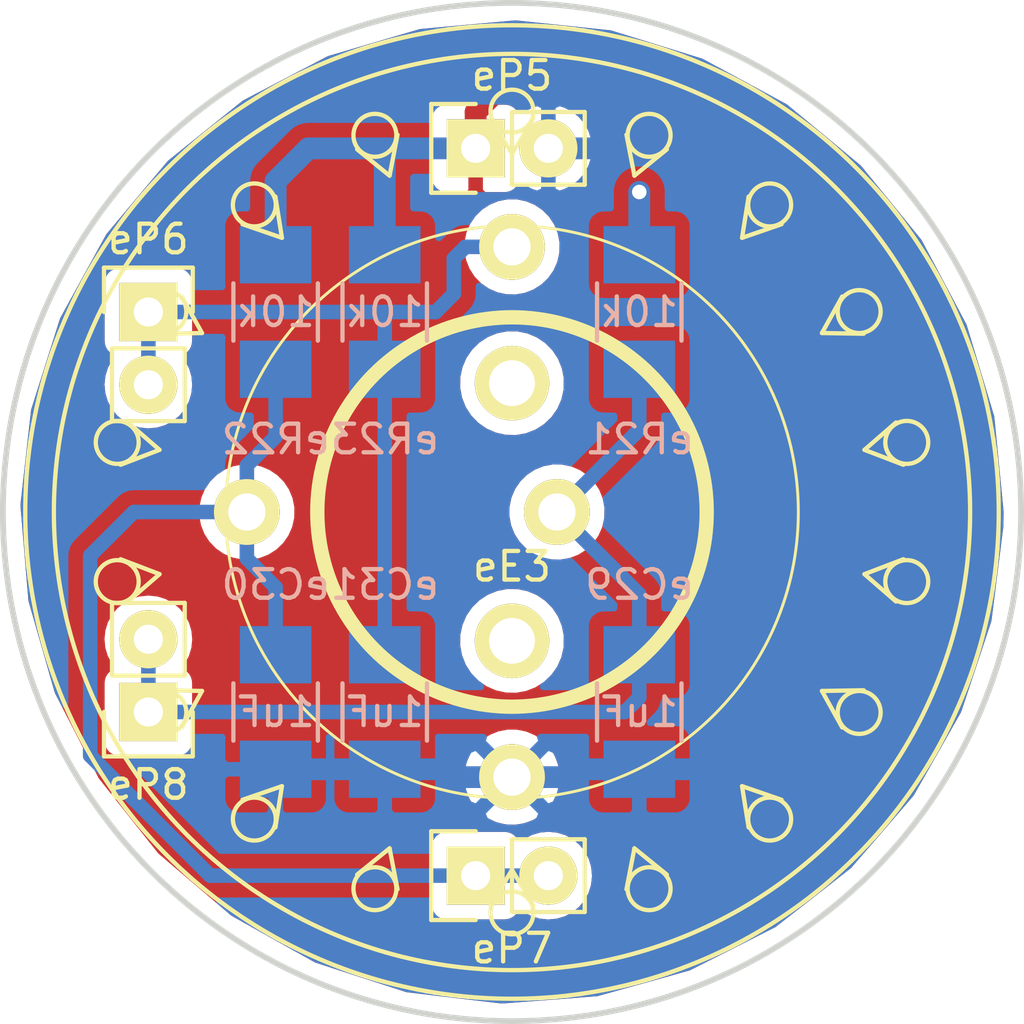
<source format=kicad_pcb>
(kicad_pcb (version 20160815) (host pcbnew 4.1.0-alpha+201609021633+7109~49~ubuntu16.04.1-product)

  (general
    (links 19)
    (no_connects 0)
    (area 24.663399 73.558399 60.426601 109.321601)
    (thickness 1.6)
    (drawings 1)
    (tracks 54)
    (zones 0)
    (modules 11)
    (nets 6)
  )

  (page A4)
  (layers
    (0 F.Cu signal)
    (31 B.Cu signal)
    (32 B.Adhes user)
    (33 F.Adhes user)
    (34 B.Paste user)
    (35 F.Paste user)
    (36 B.SilkS user)
    (37 F.SilkS user)
    (38 B.Mask user)
    (39 F.Mask user)
    (40 Dwgs.User user)
    (41 Cmts.User user)
    (42 Eco1.User user)
    (43 Eco2.User user)
    (44 Edge.Cuts user)
    (45 Margin user)
    (46 B.CrtYd user)
    (47 F.CrtYd user)
    (48 B.Fab user)
    (49 F.Fab user)
  )

  (setup
    (last_trace_width 0.254)
    (user_trace_width 0.254)
    (user_trace_width 0.508)
    (user_trace_width 0.762)
    (user_trace_width 1.016)
    (trace_clearance 0.1905)
    (zone_clearance 0.508)
    (zone_45_only no)
    (trace_min 0)
    (segment_width 0.2032)
    (edge_width 0.1524)
    (via_size 0.762)
    (via_drill 0.508)
    (via_min_size 0.4)
    (via_min_drill 0.3)
    (uvia_size 0.3)
    (uvia_drill 0.1)
    (uvias_allowed no)
    (uvia_min_size 0)
    (uvia_min_drill 0)
    (pcb_text_width 0.3048)
    (pcb_text_size 1.524 1.524)
    (mod_edge_width 0.1524)
    (mod_text_size 1.016 1.016)
    (mod_text_width 0.1524)
    (pad_size 1.524 1.524)
    (pad_drill 1.016)
    (pad_to_mask_clearance 0.2)
    (aux_axis_origin 0 0)
    (visible_elements FFFFEF7F)
    (pcbplotparams
      (layerselection 0x010f0_ffffffff)
      (usegerberextensions true)
      (usegerberattributes true)
      (excludeedgelayer true)
      (linewidth 0.101600)
      (plotframeref false)
      (viasonmask false)
      (mode 1)
      (useauxorigin false)
      (hpglpennumber 1)
      (hpglpenspeed 20)
      (hpglpendiameter 15)
      (psnegative false)
      (psa4output false)
      (plotreference true)
      (plotvalue true)
      (plotinvisibletext false)
      (padsonsilk false)
      (subtractmaskfromsilk true)
      (outputformat 1)
      (mirror false)
      (drillshape 0)
      (scaleselection 1)
      (outputdirectory gerber/encA))
  )

  (net 0 "")
  (net 1 /eGND)
  (net 2 /eEAS)
  (net 3 /eEAB)
  (net 4 /eEAA)
  (net 5 /eVCC)

  (net_class Default "This is the default net class."
    (clearance 0.1905)
    (trace_width 0.254)
    (via_dia 0.762)
    (via_drill 0.508)
    (uvia_dia 0.3)
    (uvia_drill 0.1)
  )

  (net_class 20mil ""
    (clearance 0.1905)
    (trace_width 0.508)
    (via_dia 0.762)
    (via_drill 0.508)
    (uvia_dia 0.3)
    (uvia_drill 0.1)
    (add_net /eEAA)
    (add_net /eEAB)
    (add_net /eEAS)
  )

  (net_class 30mil ""
    (clearance 0.1905)
    (trace_width 0.762)
    (via_dia 0.762)
    (via_drill 0.508)
    (uvia_dia 0.3)
    (uvia_drill 0.1)
    (add_net /eGND)
    (add_net /eVCC)
  )

  (net_class 40mil ""
    (clearance 0.1905)
    (trace_width 1.016)
    (via_dia 0.762)
    (via_drill 0.508)
    (uvia_dia 0.3)
    (uvia_drill 0.1)
  )

  (module velokey-footprints:R_1210_HandSoldering (layer B.Cu) (tedit 57CEF6FD) (tstamp 57CEF7EB)
    (at 38.1 84.455 270)
    (descr "Resistor SMD 1210, hand soldering")
    (tags "resistor 1210")
    (path /57CDE2ED/56B0B749)
    (attr smd)
    (fp_text reference eR23 (at 4.445 0 180) (layer B.SilkS)
      (effects (font (size 1 1) (thickness 0.15)) (justify mirror))
    )
    (fp_text value 10k (at 0 0) (layer B.SilkS)
      (effects (font (size 1 1) (thickness 0.15)) (justify mirror))
    )
    (fp_line (start -3.3 1.6) (end 3.3 1.6) (layer B.CrtYd) (width 0.05))
    (fp_line (start -3.3 -1.6) (end 3.3 -1.6) (layer B.CrtYd) (width 0.05))
    (fp_line (start -3.3 1.6) (end -3.3 -1.6) (layer B.CrtYd) (width 0.05))
    (fp_line (start 3.3 1.6) (end 3.3 -1.6) (layer B.CrtYd) (width 0.05))
    (fp_line (start 1 -1.475) (end -1 -1.475) (layer B.SilkS) (width 0.15))
    (fp_line (start -1 1.475) (end 1 1.475) (layer B.SilkS) (width 0.15))
    (pad 1 smd rect (at -2 0 270) (size 2 2.5) (layers B.Cu B.Paste B.Mask)
      (net 5 /eVCC))
    (pad 2 smd rect (at 2 0 270) (size 2 2.5) (layers B.Cu B.Paste B.Mask)
      (net 4 /eEAA))
    (model ${KIPRJMOD}/3d_models/Res_smd_1210.wrl
      (at (xyz 0 0 0))
      (scale (xyz 1 1 1))
      (rotate (xyz 0 0 0))
    )
  )

  (module velokey-footprints:R_1210_HandSoldering (layer B.Cu) (tedit 57CEF6F7) (tstamp 57CEF7E0)
    (at 46.99 84.455 270)
    (descr "Resistor SMD 1210, hand soldering")
    (tags "resistor 1210")
    (path /57CDE2ED/57CEA90E)
    (attr smd)
    (fp_text reference eR21 (at 4.445 0 180) (layer B.SilkS)
      (effects (font (size 1 1) (thickness 0.15)) (justify mirror))
    )
    (fp_text value 10k (at 0 0) (layer B.SilkS)
      (effects (font (size 1 1) (thickness 0.15)) (justify mirror))
    )
    (fp_line (start -3.3 1.6) (end 3.3 1.6) (layer B.CrtYd) (width 0.05))
    (fp_line (start -3.3 -1.6) (end 3.3 -1.6) (layer B.CrtYd) (width 0.05))
    (fp_line (start -3.3 1.6) (end -3.3 -1.6) (layer B.CrtYd) (width 0.05))
    (fp_line (start 3.3 1.6) (end 3.3 -1.6) (layer B.CrtYd) (width 0.05))
    (fp_line (start 1 -1.475) (end -1 -1.475) (layer B.SilkS) (width 0.15))
    (fp_line (start -1 1.475) (end 1 1.475) (layer B.SilkS) (width 0.15))
    (pad 1 smd rect (at -2 0 270) (size 2 2.5) (layers B.Cu B.Paste B.Mask)
      (net 5 /eVCC))
    (pad 2 smd rect (at 2 0 270) (size 2 2.5) (layers B.Cu B.Paste B.Mask)
      (net 2 /eEAS))
    (model ${KIPRJMOD}/3d_models/Res_smd_1210.wrl
      (at (xyz 0 0 0))
      (scale (xyz 1 1 1))
      (rotate (xyz 0 0 0))
    )
  )

  (module velokey-footprints:C_1210_HandSoldering (layer B.Cu) (tedit 57CEF70B) (tstamp 57CEF7D5)
    (at 38.1 98.425 270)
    (descr "Capacitor SMD 1210, hand soldering")
    (tags "capacitor 1210")
    (path /57CDE2ED/57CEA913)
    (attr smd)
    (fp_text reference eC31 (at -4.445 0 180) (layer B.SilkS)
      (effects (font (size 1 1) (thickness 0.15)) (justify mirror))
    )
    (fp_text value 1uF (at 0 0) (layer B.SilkS)
      (effects (font (size 1 1) (thickness 0.15)) (justify mirror))
    )
    (fp_line (start -3.3 1.6) (end 3.3 1.6) (layer B.CrtYd) (width 0.05))
    (fp_line (start -3.3 -1.6) (end 3.3 -1.6) (layer B.CrtYd) (width 0.05))
    (fp_line (start -3.3 1.6) (end -3.3 -1.6) (layer B.CrtYd) (width 0.05))
    (fp_line (start 3.3 1.6) (end 3.3 -1.6) (layer B.CrtYd) (width 0.05))
    (fp_line (start 1 1.475) (end -1 1.475) (layer B.SilkS) (width 0.15))
    (fp_line (start -1 -1.475) (end 1 -1.475) (layer B.SilkS) (width 0.15))
    (pad 1 smd rect (at -2 0 270) (size 2 2.5) (layers B.Cu B.Paste B.Mask)
      (net 4 /eEAA))
    (pad 2 smd rect (at 2 0 270) (size 2 2.5) (layers B.Cu B.Paste B.Mask)
      (net 1 /eGND))
    (model ${KIPRJMOD}/3d_models/Cap_smd_1210.wrl
      (at (xyz 0 0 0))
      (scale (xyz 1 1 1))
      (rotate (xyz 0 0 0))
    )
  )

  (module velokey-footprints:R_1210_HandSoldering (layer B.Cu) (tedit 57CEF701) (tstamp 57CEF7CA)
    (at 34.29 84.455 270)
    (descr "Resistor SMD 1210, hand soldering")
    (tags "resistor 1210")
    (path /57CDE2ED/57CEA90F)
    (attr smd)
    (fp_text reference eR22 (at 4.445 0 180) (layer B.SilkS)
      (effects (font (size 1 1) (thickness 0.15)) (justify mirror))
    )
    (fp_text value 10k (at 0 0) (layer B.SilkS)
      (effects (font (size 1 1) (thickness 0.15)) (justify mirror))
    )
    (fp_line (start -3.3 1.6) (end 3.3 1.6) (layer B.CrtYd) (width 0.05))
    (fp_line (start -3.3 -1.6) (end 3.3 -1.6) (layer B.CrtYd) (width 0.05))
    (fp_line (start -3.3 1.6) (end -3.3 -1.6) (layer B.CrtYd) (width 0.05))
    (fp_line (start 3.3 1.6) (end 3.3 -1.6) (layer B.CrtYd) (width 0.05))
    (fp_line (start 1 -1.475) (end -1 -1.475) (layer B.SilkS) (width 0.15))
    (fp_line (start -1 1.475) (end 1 1.475) (layer B.SilkS) (width 0.15))
    (pad 1 smd rect (at -2 0 270) (size 2 2.5) (layers B.Cu B.Paste B.Mask)
      (net 5 /eVCC))
    (pad 2 smd rect (at 2 0 270) (size 2 2.5) (layers B.Cu B.Paste B.Mask)
      (net 3 /eEAB))
    (model ${KIPRJMOD}/3d_models/Res_smd_1210.wrl
      (at (xyz 0 0 0))
      (scale (xyz 1 1 1))
      (rotate (xyz 0 0 0))
    )
  )

  (module velokey-footprints:C_1210_HandSoldering (layer B.Cu) (tedit 57CEF70F) (tstamp 57CEF7BF)
    (at 46.99 98.425 270)
    (descr "Capacitor SMD 1210, hand soldering")
    (tags "capacitor 1210")
    (path /57CDE2ED/56B0B7ED)
    (attr smd)
    (fp_text reference eC29 (at -4.445 0 180) (layer B.SilkS)
      (effects (font (size 1 1) (thickness 0.15)) (justify mirror))
    )
    (fp_text value 1uF (at 0 0) (layer B.SilkS)
      (effects (font (size 1 1) (thickness 0.15)) (justify mirror))
    )
    (fp_line (start -3.3 1.6) (end 3.3 1.6) (layer B.CrtYd) (width 0.05))
    (fp_line (start -3.3 -1.6) (end 3.3 -1.6) (layer B.CrtYd) (width 0.05))
    (fp_line (start -3.3 1.6) (end -3.3 -1.6) (layer B.CrtYd) (width 0.05))
    (fp_line (start 3.3 1.6) (end 3.3 -1.6) (layer B.CrtYd) (width 0.05))
    (fp_line (start 1 1.475) (end -1 1.475) (layer B.SilkS) (width 0.15))
    (fp_line (start -1 -1.475) (end 1 -1.475) (layer B.SilkS) (width 0.15))
    (pad 1 smd rect (at -2 0 270) (size 2 2.5) (layers B.Cu B.Paste B.Mask)
      (net 2 /eEAS))
    (pad 2 smd rect (at 2 0 270) (size 2 2.5) (layers B.Cu B.Paste B.Mask)
      (net 1 /eGND))
    (model ${KIPRJMOD}/3d_models/Cap_smd_1210.wrl
      (at (xyz 0 0 0))
      (scale (xyz 1 1 1))
      (rotate (xyz 0 0 0))
    )
  )

  (module velokey-footprints:C_1210_HandSoldering (layer B.Cu) (tedit 57CEF707) (tstamp 57CEF7B4)
    (at 34.29 98.425 270)
    (descr "Capacitor SMD 1210, hand soldering")
    (tags "capacitor 1210")
    (path /57CDE2ED/57CEA912)
    (attr smd)
    (fp_text reference eC30 (at -4.445 0 180) (layer B.SilkS)
      (effects (font (size 1 1) (thickness 0.15)) (justify mirror))
    )
    (fp_text value 1uF (at 0 0) (layer B.SilkS)
      (effects (font (size 1 1) (thickness 0.15)) (justify mirror))
    )
    (fp_line (start -3.3 1.6) (end 3.3 1.6) (layer B.CrtYd) (width 0.05))
    (fp_line (start -3.3 -1.6) (end 3.3 -1.6) (layer B.CrtYd) (width 0.05))
    (fp_line (start -3.3 1.6) (end -3.3 -1.6) (layer B.CrtYd) (width 0.05))
    (fp_line (start 3.3 1.6) (end 3.3 -1.6) (layer B.CrtYd) (width 0.05))
    (fp_line (start 1 1.475) (end -1 1.475) (layer B.SilkS) (width 0.15))
    (fp_line (start -1 -1.475) (end 1 -1.475) (layer B.SilkS) (width 0.15))
    (pad 1 smd rect (at -2 0 270) (size 2 2.5) (layers B.Cu B.Paste B.Mask)
      (net 3 /eEAB))
    (pad 2 smd rect (at 2 0 270) (size 2 2.5) (layers B.Cu B.Paste B.Mask)
      (net 1 /eGND))
    (model ${KIPRJMOD}/3d_models/Cap_smd_1210.wrl
      (at (xyz 0 0 0))
      (scale (xyz 1 1 1))
      (rotate (xyz 0 0 0))
    )
  )

  (module velokey-footprints:TSWA3NCD23LFS (layer F.Cu) (tedit 57CEF6BD) (tstamp 57CEF711)
    (at 42.545 91.44 270)
    (path /57CDE2ED/56F820C9)
    (fp_text reference eE3 (at 1.905 0 180) (layer F.SilkS)
      (effects (font (size 1 1) (thickness 0.15)))
    )
    (fp_text value ENC_A (at -1.905 0 180) (layer F.Fab)
      (effects (font (size 1 1) (thickness 0.15)))
    )
    (fp_circle (center 0 0) (end 10 0) (layer F.SilkS) (width 0.1016))
    (fp_line (start 12.5 0) (end 13.75 0.75) (layer F.SilkS) (width 0.15))
    (fp_line (start 13.75 -0.75) (end 12.5 0) (layer F.SilkS) (width 0.15))
    (fp_circle (center 14 0) (end 14 -0.75) (layer F.SilkS) (width 0.15))
    (fp_circle (center 0 0) (end 16 0) (layer F.SilkS) (width 0.15))
    (fp_circle (center 0 0) (end 17 0) (layer F.SilkS) (width 0.15))
    (fp_circle (center 0 0) (end 6.8 0) (layer F.SilkS) (width 0.5))
    (fp_circle (center 13.155697 -4.788282) (end 12.899182 -5.493051) (layer F.SilkS) (width 0.15))
    (fp_circle (center 10.724622 -8.999027) (end 10.242531 -9.57356) (layer F.SilkS) (width 0.15))
    (fp_circle (center 7 -12.124356) (end 6.350481 -12.499356) (layer F.SilkS) (width 0.15))
    (fp_circle (center 2.431074 -13.787309) (end 1.692469 -13.917545) (layer F.SilkS) (width 0.15))
    (fp_circle (center -2.431074 -13.787309) (end -3.16968 -13.657072) (layer F.SilkS) (width 0.15))
    (fp_circle (center -7 -12.124356) (end -7.649519 -11.749356) (layer F.SilkS) (width 0.15))
    (fp_circle (center -10.724622 -8.999027) (end -11.206713 -8.424493) (layer F.SilkS) (width 0.15))
    (fp_circle (center -13.155697 -4.788282) (end -13.412212 -4.083513) (layer F.SilkS) (width 0.15))
    (fp_circle (center -14 0) (end -14 0.75) (layer F.SilkS) (width 0.15))
    (fp_circle (center -13.155697 4.788282) (end -12.899182 5.493051) (layer F.SilkS) (width 0.15))
    (fp_circle (center -10.724622 8.999027) (end -10.242531 9.57356) (layer F.SilkS) (width 0.15))
    (fp_circle (center -7 12.124356) (end -6.350481 12.499356) (layer F.SilkS) (width 0.15))
    (fp_circle (center -2.431074 13.787309) (end -1.692469 13.917545) (layer F.SilkS) (width 0.15))
    (fp_circle (center 2.431074 13.787309) (end 3.16968 13.657072) (layer F.SilkS) (width 0.15))
    (fp_circle (center 7 12.124356) (end 7.649519 11.749356) (layer F.SilkS) (width 0.15))
    (fp_circle (center 10.724622 8.999027) (end 11.206713 8.424493) (layer F.SilkS) (width 0.15))
    (fp_circle (center 13.155697 4.788282) (end 13.412212 4.083513) (layer F.SilkS) (width 0.15))
    (fp_line (start 11.746158 -4.275252) (end 13.177289 -3.998008) (layer F.SilkS) (width 0.15))
    (fp_line (start 9.575556 -8.034845) (end 11.015202 -8.263796) (layer F.SilkS) (width 0.15))
    (fp_line (start 6.25 -10.825318) (end 7.524519 -11.532849) (layer F.SilkS) (width 0.15))
    (fp_line (start 2.170602 -12.310097) (end 3.126268 -13.41087) (layer F.SilkS) (width 0.15))
    (fp_line (start -2.170602 -12.310097) (end -1.649057 -13.671343) (layer F.SilkS) (width 0.15))
    (fp_line (start -6.25 -10.825318) (end -6.225481 -12.282849) (layer F.SilkS) (width 0.15))
    (fp_line (start -9.575556 -8.034845) (end -10.05102 -9.412863) (layer F.SilkS) (width 0.15))
    (fp_line (start -11.746158 -4.275252) (end -12.664258 -5.407546) (layer F.SilkS) (width 0.15))
    (fp_line (start -12.5 0) (end -13.75 -0.75) (layer F.SilkS) (width 0.15))
    (fp_line (start -11.746158 4.275252) (end -13.177289 3.998008) (layer F.SilkS) (width 0.15))
    (fp_line (start -9.575556 8.034845) (end -11.015202 8.263796) (layer F.SilkS) (width 0.15))
    (fp_line (start -6.25 10.825318) (end -7.524519 11.532849) (layer F.SilkS) (width 0.15))
    (fp_line (start -2.170602 12.310097) (end -3.126268 13.41087) (layer F.SilkS) (width 0.15))
    (fp_line (start 2.170602 12.310097) (end 1.649057 13.671343) (layer F.SilkS) (width 0.15))
    (fp_line (start 6.25 10.825318) (end 6.225481 12.282849) (layer F.SilkS) (width 0.15))
    (fp_line (start 9.575556 8.034845) (end 10.05102 9.412863) (layer F.SilkS) (width 0.15))
    (fp_line (start 11.746158 4.275252) (end 12.664258 5.407546) (layer F.SilkS) (width 0.15))
    (fp_line (start 12.664258 -5.407546) (end 11.746158 -4.275252) (layer F.SilkS) (width 0.15))
    (fp_line (start 10.05102 -9.412863) (end 9.575556 -8.034845) (layer F.SilkS) (width 0.15))
    (fp_line (start 6.225481 -12.282849) (end 6.25 -10.825318) (layer F.SilkS) (width 0.15))
    (fp_line (start 1.649057 -13.671343) (end 2.170602 -12.310097) (layer F.SilkS) (width 0.15))
    (fp_line (start -3.126268 -13.41087) (end -2.170602 -12.310097) (layer F.SilkS) (width 0.15))
    (fp_line (start -7.524519 -11.532849) (end -6.25 -10.825318) (layer F.SilkS) (width 0.15))
    (fp_line (start -11.015202 -8.263796) (end -9.575556 -8.034845) (layer F.SilkS) (width 0.15))
    (fp_line (start -13.177289 -3.998008) (end -11.746158 -4.275252) (layer F.SilkS) (width 0.15))
    (fp_line (start -13.75 0.75) (end -12.5 0) (layer F.SilkS) (width 0.15))
    (fp_line (start -12.664258 5.407546) (end -11.746158 4.275252) (layer F.SilkS) (width 0.15))
    (fp_line (start -10.05102 9.412863) (end -9.575556 8.034845) (layer F.SilkS) (width 0.15))
    (fp_line (start -6.225481 12.282849) (end -6.25 10.825318) (layer F.SilkS) (width 0.15))
    (fp_line (start -1.649057 13.671343) (end -2.170602 12.310097) (layer F.SilkS) (width 0.15))
    (fp_line (start 3.126268 13.41087) (end 2.170602 12.310097) (layer F.SilkS) (width 0.15))
    (fp_line (start 7.524519 11.532849) (end 6.25 10.825318) (layer F.SilkS) (width 0.15))
    (fp_line (start 11.015202 8.263796) (end 9.575556 8.034845) (layer F.SilkS) (width 0.15))
    (fp_line (start 13.177289 3.998008) (end 11.746158 4.275252) (layer F.SilkS) (width 0.15))
    (pad 4 thru_hole circle (at 0 -1.57 270) (size 2.3 2.3) (drill 1.3) (layers *.Cu *.Mask F.SilkS)
      (net 2 /eEAS))
    (pad 5 thru_hole circle (at -4.5 0 270) (size 2.6 2.6) (drill 1.6) (layers *.Cu *.Mask F.SilkS))
    (pad 1 thru_hole circle (at -9.26 0 270) (size 2.3 2.3) (drill 1.3) (layers *.Cu *.Mask F.SilkS)
      (net 4 /eEAA))
    (pad 6 thru_hole circle (at 4.5 0 270) (size 2.6 2.6) (drill 1.6) (layers *.Cu *.Mask F.SilkS))
    (pad 2 thru_hole circle (at 9.26 0 270) (size 2.3 2.3) (drill 1.3) (layers *.Cu *.Mask F.SilkS)
      (net 1 /eGND))
    (pad 3 thru_hole circle (at 0 9.26 270) (size 2.3 2.3) (drill 1.3) (layers *.Cu *.Mask F.SilkS)
      (net 3 /eEAB))
    (model ${KIPRJMOD}/3d_models/enc_a.wrl
      (at (xyz 0 0 0))
      (scale (xyz 1 1 1))
      (rotate (xyz 0 0 0))
    )
  )

  (module Pin_Headers:Pin_Header_Straight_1x02 (layer F.Cu) (tedit 57CEF6D1) (tstamp 57CEF6FC)
    (at 29.845 98.425 180)
    (descr "Through hole pin header")
    (tags "pin header")
    (path /57CDE2ED/57CDA76B)
    (fp_text reference eP8 (at 0 -2.54 180) (layer F.SilkS)
      (effects (font (size 1 1) (thickness 0.15)))
    )
    (fp_text value ENC_A_4 (at 0 -3.1 180) (layer F.Fab) hide
      (effects (font (size 1 1) (thickness 0.15)))
    )
    (fp_line (start 1.27 1.27) (end 1.27 3.81) (layer F.SilkS) (width 0.15))
    (fp_line (start 1.55 -1.55) (end 1.55 0) (layer F.SilkS) (width 0.15))
    (fp_line (start -1.75 -1.75) (end -1.75 4.3) (layer F.CrtYd) (width 0.05))
    (fp_line (start 1.75 -1.75) (end 1.75 4.3) (layer F.CrtYd) (width 0.05))
    (fp_line (start -1.75 -1.75) (end 1.75 -1.75) (layer F.CrtYd) (width 0.05))
    (fp_line (start -1.75 4.3) (end 1.75 4.3) (layer F.CrtYd) (width 0.05))
    (fp_line (start 1.27 1.27) (end -1.27 1.27) (layer F.SilkS) (width 0.15))
    (fp_line (start -1.55 0) (end -1.55 -1.55) (layer F.SilkS) (width 0.15))
    (fp_line (start -1.55 -1.55) (end 1.55 -1.55) (layer F.SilkS) (width 0.15))
    (fp_line (start -1.27 1.27) (end -1.27 3.81) (layer F.SilkS) (width 0.15))
    (fp_line (start -1.27 3.81) (end 1.27 3.81) (layer F.SilkS) (width 0.15))
    (pad 1 thru_hole rect (at 0 0 180) (size 2.032 2.032) (drill 1.016) (layers *.Cu *.Mask F.SilkS)
      (net 2 /eEAS))
    (pad 2 thru_hole oval (at 0 2.54 180) (size 2.032 2.032) (drill 1.016) (layers *.Cu *.Mask F.SilkS)
      (net 2 /eEAS))
    (model Pin_Headers.3dshapes/Pin_Header_Straight_1x02.wrl
      (at (xyz 0 -0.05 0))
      (scale (xyz 1 1 1))
      (rotate (xyz 0 0 90))
    )
  )

  (module Pin_Headers:Pin_Header_Straight_1x02 (layer F.Cu) (tedit 57CEF6C4) (tstamp 57CEF6EC)
    (at 29.845 84.455)
    (descr "Through hole pin header")
    (tags "pin header")
    (path /57CDE2ED/57CDA75F)
    (fp_text reference eP6 (at 0 -2.54) (layer F.SilkS)
      (effects (font (size 1 1) (thickness 0.15)))
    )
    (fp_text value ENC_A_2 (at 0 -3.1) (layer F.Fab) hide
      (effects (font (size 1 1) (thickness 0.15)))
    )
    (fp_line (start 1.27 1.27) (end 1.27 3.81) (layer F.SilkS) (width 0.15))
    (fp_line (start 1.55 -1.55) (end 1.55 0) (layer F.SilkS) (width 0.15))
    (fp_line (start -1.75 -1.75) (end -1.75 4.3) (layer F.CrtYd) (width 0.05))
    (fp_line (start 1.75 -1.75) (end 1.75 4.3) (layer F.CrtYd) (width 0.05))
    (fp_line (start -1.75 -1.75) (end 1.75 -1.75) (layer F.CrtYd) (width 0.05))
    (fp_line (start -1.75 4.3) (end 1.75 4.3) (layer F.CrtYd) (width 0.05))
    (fp_line (start 1.27 1.27) (end -1.27 1.27) (layer F.SilkS) (width 0.15))
    (fp_line (start -1.55 0) (end -1.55 -1.55) (layer F.SilkS) (width 0.15))
    (fp_line (start -1.55 -1.55) (end 1.55 -1.55) (layer F.SilkS) (width 0.15))
    (fp_line (start -1.27 1.27) (end -1.27 3.81) (layer F.SilkS) (width 0.15))
    (fp_line (start -1.27 3.81) (end 1.27 3.81) (layer F.SilkS) (width 0.15))
    (pad 1 thru_hole rect (at 0 0) (size 2.032 2.032) (drill 1.016) (layers *.Cu *.Mask F.SilkS)
      (net 4 /eEAA))
    (pad 2 thru_hole oval (at 0 2.54) (size 2.032 2.032) (drill 1.016) (layers *.Cu *.Mask F.SilkS)
      (net 4 /eEAA))
    (model Pin_Headers.3dshapes/Pin_Header_Straight_1x02.wrl
      (at (xyz 0 -0.05 0))
      (scale (xyz 1 1 1))
      (rotate (xyz 0 0 90))
    )
  )

  (module Pin_Headers:Pin_Header_Straight_1x02 (layer F.Cu) (tedit 57CEF6CB) (tstamp 57CEF6DC)
    (at 41.275 78.74 90)
    (descr "Through hole pin header")
    (tags "pin header")
    (path /57CDE2ED/57CDA759)
    (fp_text reference eP5 (at 2.54 1.27 180) (layer F.SilkS)
      (effects (font (size 1 1) (thickness 0.15)))
    )
    (fp_text value ENC_A_1 (at 0 -3.1 90) (layer F.Fab) hide
      (effects (font (size 1 1) (thickness 0.15)))
    )
    (fp_line (start 1.27 1.27) (end 1.27 3.81) (layer F.SilkS) (width 0.15))
    (fp_line (start 1.55 -1.55) (end 1.55 0) (layer F.SilkS) (width 0.15))
    (fp_line (start -1.75 -1.75) (end -1.75 4.3) (layer F.CrtYd) (width 0.05))
    (fp_line (start 1.75 -1.75) (end 1.75 4.3) (layer F.CrtYd) (width 0.05))
    (fp_line (start -1.75 -1.75) (end 1.75 -1.75) (layer F.CrtYd) (width 0.05))
    (fp_line (start -1.75 4.3) (end 1.75 4.3) (layer F.CrtYd) (width 0.05))
    (fp_line (start 1.27 1.27) (end -1.27 1.27) (layer F.SilkS) (width 0.15))
    (fp_line (start -1.55 0) (end -1.55 -1.55) (layer F.SilkS) (width 0.15))
    (fp_line (start -1.55 -1.55) (end 1.55 -1.55) (layer F.SilkS) (width 0.15))
    (fp_line (start -1.27 1.27) (end -1.27 3.81) (layer F.SilkS) (width 0.15))
    (fp_line (start -1.27 3.81) (end 1.27 3.81) (layer F.SilkS) (width 0.15))
    (pad 1 thru_hole rect (at 0 0 90) (size 2.032 2.032) (drill 1.016) (layers *.Cu *.Mask F.SilkS)
      (net 5 /eVCC))
    (pad 2 thru_hole oval (at 0 2.54 90) (size 2.032 2.032) (drill 1.016) (layers *.Cu *.Mask F.SilkS)
      (net 1 /eGND))
    (model Pin_Headers.3dshapes/Pin_Header_Straight_1x02.wrl
      (at (xyz 0 -0.05 0))
      (scale (xyz 1 1 1))
      (rotate (xyz 0 0 90))
    )
  )

  (module Pin_Headers:Pin_Header_Straight_1x02 (layer F.Cu) (tedit 57CEF6E0) (tstamp 57CEF6CC)
    (at 41.275 104.14 90)
    (descr "Through hole pin header")
    (tags "pin header")
    (path /57CDE2ED/57CDA765)
    (fp_text reference eP7 (at -2.54 1.27 180) (layer F.SilkS)
      (effects (font (size 1 1) (thickness 0.15)))
    )
    (fp_text value ENC_A_3 (at 0 -3.1 90) (layer F.Fab) hide
      (effects (font (size 1 1) (thickness 0.15)))
    )
    (fp_line (start 1.27 1.27) (end 1.27 3.81) (layer F.SilkS) (width 0.15))
    (fp_line (start 1.55 -1.55) (end 1.55 0) (layer F.SilkS) (width 0.15))
    (fp_line (start -1.75 -1.75) (end -1.75 4.3) (layer F.CrtYd) (width 0.05))
    (fp_line (start 1.75 -1.75) (end 1.75 4.3) (layer F.CrtYd) (width 0.05))
    (fp_line (start -1.75 -1.75) (end 1.75 -1.75) (layer F.CrtYd) (width 0.05))
    (fp_line (start -1.75 4.3) (end 1.75 4.3) (layer F.CrtYd) (width 0.05))
    (fp_line (start 1.27 1.27) (end -1.27 1.27) (layer F.SilkS) (width 0.15))
    (fp_line (start -1.55 0) (end -1.55 -1.55) (layer F.SilkS) (width 0.15))
    (fp_line (start -1.55 -1.55) (end 1.55 -1.55) (layer F.SilkS) (width 0.15))
    (fp_line (start -1.27 1.27) (end -1.27 3.81) (layer F.SilkS) (width 0.15))
    (fp_line (start -1.27 3.81) (end 1.27 3.81) (layer F.SilkS) (width 0.15))
    (pad 1 thru_hole rect (at 0 0 90) (size 2.032 2.032) (drill 1.016) (layers *.Cu *.Mask F.SilkS)
      (net 3 /eEAB))
    (pad 2 thru_hole oval (at 0 2.54 90) (size 2.032 2.032) (drill 1.016) (layers *.Cu *.Mask F.SilkS)
      (net 3 /eEAB))
    (model Pin_Headers.3dshapes/Pin_Header_Straight_1x02.wrl
      (at (xyz 0 -0.05 0))
      (scale (xyz 1 1 1))
      (rotate (xyz 0 0 90))
    )
  )

  (gr_circle (center 42.545 91.44) (end 24.765 91.44) (layer Edge.Cuts) (width 0.2032) (tstamp 57CEF30D))

  (segment (start 43.815 78.74) (end 48.895 78.74) (width 0.762) (layer B.Cu) (net 1) (status 10))
  (segment (start 49.435 100.425) (end 46.99 100.425) (width 0.762) (layer B.Cu) (net 1) (tstamp 57D9006A) (status 20))
  (segment (start 50.165 99.695) (end 49.435 100.425) (width 0.762) (layer B.Cu) (net 1) (tstamp 57D90067))
  (segment (start 50.165 80.01) (end 50.165 99.695) (width 0.762) (layer B.Cu) (net 1) (tstamp 57D90066))
  (segment (start 48.895 78.74) (end 50.165 80.01) (width 0.762) (layer B.Cu) (net 1) (tstamp 57D90061))
  (segment (start 46.99 100.425) (end 45.085 100.425) (width 0.762) (layer B.Cu) (net 1) (tstamp 57CEFAAF) (status 10))
  (segment (start 34.29 100.425) (end 38.1 100.425) (width 0.762) (layer B.Cu) (net 1) (tstamp 57CEFA83) (status 30))
  (segment (start 40.387 100.7) (end 40.112 100.425) (width 0.762) (layer B.Cu) (net 1) (tstamp 57CEFA82))
  (segment (start 38.1 100.425) (end 40.112 100.425) (width 0.762) (layer B.Cu) (net 1) (tstamp 57CEFA81) (status 10))
  (segment (start 42.545 100.7) (end 40.387 100.7) (width 0.762) (layer B.Cu) (net 1) (tstamp 57CEFA80) (status 10))
  (segment (start 42.545 100.7) (end 44.81 100.7) (width 0.762) (layer B.Cu) (net 1) (tstamp 57CEFA7F) (status 10))
  (segment (start 44.81 100.7) (end 45.085 100.425) (width 0.762) (layer B.Cu) (net 1) (tstamp 57CEFA7E))
  (segment (start 29.845 98.425) (end 46.482 98.425) (width 0.508) (layer B.Cu) (net 2) (status 10))
  (segment (start 46.99 97.917) (end 46.99 96.425) (width 0.508) (layer B.Cu) (net 2) (tstamp 57D9020E) (status 20))
  (segment (start 46.482 98.425) (end 46.99 97.917) (width 0.508) (layer B.Cu) (net 2) (tstamp 57D9020A))
  (segment (start 29.845 98.425) (end 29.845 95.885) (width 0.508) (layer B.Cu) (net 2) (status 30))
  (via (at 29.845 95.885) (size 0.762) (drill 0.508) (layers F.Cu B.Cu) (net 2) (status 30))
  (segment (start 46.99 86.455) (end 46.99 88.565) (width 0.508) (layer B.Cu) (net 2) (tstamp 57CEFAAA) (status 10))
  (segment (start 46.99 88.565) (end 44.115 91.44) (width 0.508) (layer B.Cu) (net 2) (tstamp 57CEFA64) (status 20))
  (segment (start 46.99 94.315) (end 44.115 91.44) (width 0.508) (layer B.Cu) (net 2) (tstamp 57CEFA62) (status 20))
  (segment (start 46.99 96.425) (end 46.99 94.315) (width 0.508) (layer B.Cu) (net 2) (tstamp 57CEFA60) (status 10))
  (segment (start 41.275 104.14) (end 32.004 104.14) (width 0.508) (layer B.Cu) (net 3) (status 10))
  (segment (start 29.337 91.44) (end 33.285 91.44) (width 0.508) (layer B.Cu) (net 3) (tstamp 57D901BF) (status 20))
  (segment (start 27.813 92.964) (end 29.337 91.44) (width 0.508) (layer B.Cu) (net 3) (tstamp 57D901BD))
  (segment (start 27.813 99.949) (end 27.813 92.964) (width 0.508) (layer B.Cu) (net 3) (tstamp 57D901BC))
  (segment (start 32.004 104.14) (end 27.813 99.949) (width 0.508) (layer B.Cu) (net 3) (tstamp 57D901B6))
  (segment (start 43.815 104.14) (end 41.275 104.14) (width 0.508) (layer B.Cu) (net 3) (status 30))
  (segment (start 33.285 91.44) (end 33.285 93.066345) (width 0.508) (layer B.Cu) (net 3) (tstamp 57CEFA70) (status 10))
  (segment (start 34.29 96.425) (end 34.29 94.071345) (width 0.508) (layer B.Cu) (net 3) (tstamp 57CEFA6E) (status 10))
  (segment (start 33.285 93.066345) (end 34.29 94.071345) (width 0.508) (layer B.Cu) (net 3) (tstamp 57CEFA6F))
  (segment (start 34.29 88.808655) (end 33.285 89.813655) (width 0.508) (layer B.Cu) (net 3) (tstamp 57CEFA6A))
  (segment (start 34.29 86.455) (end 34.29 88.808655) (width 0.508) (layer B.Cu) (net 3) (tstamp 57CEFA65) (status 10))
  (segment (start 33.285 91.44) (end 33.285 89.813655) (width 0.508) (layer B.Cu) (net 3) (tstamp 57CEFA66) (status 10))
  (segment (start 38.1 86.455) (end 38.1 84.455) (width 0.508) (layer B.Cu) (net 4) (status 10))
  (segment (start 29.845 84.455) (end 38.1 84.455) (width 0.508) (layer B.Cu) (net 4) (status 10))
  (segment (start 38.1 84.455) (end 39.878 84.455) (width 0.508) (layer B.Cu) (net 4) (tstamp 57D9022C))
  (segment (start 40.513 82.585655) (end 40.513 83.82) (width 0.508) (layer B.Cu) (net 4) (tstamp 57CEFA73))
  (segment (start 42.545 82.18) (end 40.918655 82.18) (width 0.508) (layer B.Cu) (net 4) (tstamp 57CEFA72) (status 10))
  (segment (start 40.918655 82.18) (end 40.513 82.585655) (width 0.508) (layer B.Cu) (net 4) (tstamp 57CEFA74))
  (segment (start 39.878 84.455) (end 40.513 83.82) (width 0.508) (layer B.Cu) (net 4) (tstamp 57D90223))
  (segment (start 29.845 84.455) (end 29.845 86.995) (width 0.508) (layer B.Cu) (net 4) (status 30))
  (segment (start 38.1 86.455) (end 38.1 96.425) (width 0.508) (layer B.Cu) (net 4) (tstamp 57CEFA61) (status 30))
  (segment (start 45.974 76.454) (end 42.291 76.454) (width 0.762) (layer F.Cu) (net 5))
  (segment (start 42.291 76.454) (end 41.275 77.47) (width 0.762) (layer F.Cu) (net 5) (tstamp 57D90182))
  (segment (start 46.99 82.455) (end 46.99 80.264) (width 0.762) (layer B.Cu) (net 5) (status 10))
  (segment (start 41.275 77.47) (end 41.275 78.74) (width 0.762) (layer F.Cu) (net 5) (tstamp 57D90185) (status 20))
  (segment (start 46.99 77.47) (end 45.974 76.454) (width 0.762) (layer F.Cu) (net 5) (tstamp 57D90176))
  (segment (start 46.99 80.264) (end 46.99 77.47) (width 0.762) (layer F.Cu) (net 5) (tstamp 57D90175))
  (via (at 46.99 80.264) (size 0.762) (drill 0.508) (layers F.Cu B.Cu) (net 5))
  (segment (start 38.1 82.455) (end 38.1 78.74) (width 0.762) (layer B.Cu) (net 5) (status 10))
  (segment (start 34.29 82.455) (end 34.29 79.883) (width 0.762) (layer B.Cu) (net 5) (status 10))
  (segment (start 35.433 78.74) (end 38.1 78.74) (width 0.762) (layer B.Cu) (net 5) (tstamp 57D9013B))
  (segment (start 38.1 78.74) (end 41.275 78.74) (width 0.762) (layer B.Cu) (net 5) (tstamp 57D90140) (status 20))
  (segment (start 34.29 79.883) (end 35.433 78.74) (width 0.762) (layer B.Cu) (net 5) (tstamp 57D90139))

  (zone (net 1) (net_name /eGND) (layer B.Cu) (tstamp 57D90B5C) (hatch edge 0.508)
    (connect_pads (clearance 0.508))
    (min_thickness 0.254)
    (fill yes (arc_segments 32) (thermal_gap 0.508) (thermal_bridge_width 0.508) (smoothing fillet) (radius 2.54))
    (polygon
      (pts
        (xy 42.545 73.66) (xy 50.165 73.66) (xy 60.325 83.82) (xy 60.325 91.44) (xy 60.325 99.06)
        (xy 50.165 109.22) (xy 42.545 109.22) (xy 34.925 109.22) (xy 24.765 99.06) (xy 24.765 91.44)
        (xy 24.765 83.82) (xy 34.925 73.66)
      )
    )
    (filled_polygon
      (pts
        (xy 45.972051 74.744707) (xy 49.149583 75.728318) (xy 52.075548 77.310381) (xy 54.638498 79.430637) (xy 56.74081 82.008326)
        (xy 58.302408 84.945265) (xy 59.263811 88.129586) (xy 59.5884 91.44) (xy 59.581755 91.91588) (xy 59.164861 95.21594)
        (xy 58.114921 98.372175) (xy 56.471927 101.264367) (xy 54.298462 103.782351) (xy 51.67731 105.830219) (xy 48.708312 107.329967)
        (xy 45.504555 108.224472) (xy 42.18807 108.479662) (xy 38.88518 108.085816) (xy 35.721691 107.057937) (xy 32.8181 105.435174)
        (xy 32.340847 105.029) (xy 39.620928 105.029) (xy 39.620928 105.156) (xy 39.633188 105.280482) (xy 39.669498 105.40018)
        (xy 39.728463 105.510494) (xy 39.807815 105.607185) (xy 39.904506 105.686537) (xy 40.01482 105.745502) (xy 40.134518 105.781812)
        (xy 40.259 105.794072) (xy 42.291 105.794072) (xy 42.415482 105.781812) (xy 42.53518 105.745502) (xy 42.645494 105.686537)
        (xy 42.742185 105.607185) (xy 42.821537 105.510494) (xy 42.840761 105.474528) (xy 42.891773 105.516729) (xy 43.175212 105.669984)
        (xy 43.48302 105.765267) (xy 43.803474 105.798948) (xy 44.124367 105.769744) (xy 44.433475 105.678769) (xy 44.719027 105.529486)
        (xy 44.970144 105.327582) (xy 45.177262 105.080749) (xy 45.332492 104.798386) (xy 45.429922 104.49125) (xy 45.465839 104.17104)
        (xy 45.466 104.147988) (xy 45.466 104.132012) (xy 45.434557 103.811331) (xy 45.341426 103.502865) (xy 45.190153 103.218363)
        (xy 44.986501 102.968661) (xy 44.738227 102.763271) (xy 44.454788 102.610016) (xy 44.14698 102.514733) (xy 43.826526 102.481052)
        (xy 43.505633 102.510256) (xy 43.196525 102.601231) (xy 42.910973 102.750514) (xy 42.84132 102.806517) (xy 42.821537 102.769506)
        (xy 42.742185 102.672815) (xy 42.645494 102.593463) (xy 42.53518 102.534498) (xy 42.415482 102.498188) (xy 42.291 102.485928)
        (xy 40.259 102.485928) (xy 40.134518 102.498188) (xy 40.01482 102.534498) (xy 39.904506 102.593463) (xy 39.807815 102.672815)
        (xy 39.728463 102.769506) (xy 39.669498 102.87982) (xy 39.633188 102.999518) (xy 39.620928 103.124) (xy 39.620928 103.251)
        (xy 32.372236 103.251) (xy 29.831986 100.71075) (xy 32.405 100.71075) (xy 32.405 101.487542) (xy 32.429403 101.610223)
        (xy 32.47727 101.725785) (xy 32.546763 101.829789) (xy 32.635211 101.918237) (xy 32.739215 101.98773) (xy 32.854777 102.035597)
        (xy 32.977458 102.06) (xy 34.00425 102.06) (xy 34.163 101.90125) (xy 34.163 100.552) (xy 34.417 100.552)
        (xy 34.417 101.90125) (xy 34.57575 102.06) (xy 35.602542 102.06) (xy 35.725223 102.035597) (xy 35.840785 101.98773)
        (xy 35.944789 101.918237) (xy 36.033237 101.829789) (xy 36.10273 101.725785) (xy 36.150597 101.610223) (xy 36.175 101.487542)
        (xy 36.175 100.71075) (xy 36.215 100.71075) (xy 36.215 101.487542) (xy 36.239403 101.610223) (xy 36.28727 101.725785)
        (xy 36.356763 101.829789) (xy 36.445211 101.918237) (xy 36.549215 101.98773) (xy 36.664777 102.035597) (xy 36.787458 102.06)
        (xy 37.81425 102.06) (xy 37.973 101.90125) (xy 37.973 100.552) (xy 38.227 100.552) (xy 38.227 101.90125)
        (xy 38.38575 102.06) (xy 39.412542 102.06) (xy 39.535223 102.035597) (xy 39.650785 101.98773) (xy 39.718702 101.942349)
        (xy 41.482256 101.942349) (xy 41.596118 102.22209) (xy 41.911296 102.377961) (xy 42.250826 102.469349) (xy 42.601661 102.492741)
        (xy 42.950319 102.44724) (xy 43.2834 102.334594) (xy 43.493882 102.22209) (xy 43.607744 101.942349) (xy 42.545 100.879605)
        (xy 41.482256 101.942349) (xy 39.718702 101.942349) (xy 39.754789 101.918237) (xy 39.843237 101.829789) (xy 39.91273 101.725785)
        (xy 39.960597 101.610223) (xy 39.985 101.487542) (xy 39.985 100.756661) (xy 40.752259 100.756661) (xy 40.79776 101.105319)
        (xy 40.910406 101.4384) (xy 41.02291 101.648882) (xy 41.302651 101.762744) (xy 42.365395 100.7) (xy 42.724605 100.7)
        (xy 43.787349 101.762744) (xy 44.06709 101.648882) (xy 44.222961 101.333704) (xy 44.314349 100.994174) (xy 44.333246 100.71075)
        (xy 45.105 100.71075) (xy 45.105 101.487542) (xy 45.129403 101.610223) (xy 45.17727 101.725785) (xy 45.246763 101.829789)
        (xy 45.335211 101.918237) (xy 45.439215 101.98773) (xy 45.554777 102.035597) (xy 45.677458 102.06) (xy 46.70425 102.06)
        (xy 46.863 101.90125) (xy 46.863 100.552) (xy 47.117 100.552) (xy 47.117 101.90125) (xy 47.27575 102.06)
        (xy 48.302542 102.06) (xy 48.425223 102.035597) (xy 48.540785 101.98773) (xy 48.644789 101.918237) (xy 48.733237 101.829789)
        (xy 48.80273 101.725785) (xy 48.850597 101.610223) (xy 48.875 101.487542) (xy 48.875 100.71075) (xy 48.71625 100.552)
        (xy 47.117 100.552) (xy 46.863 100.552) (xy 45.26375 100.552) (xy 45.105 100.71075) (xy 44.333246 100.71075)
        (xy 44.337741 100.643339) (xy 44.29224 100.294681) (xy 44.179594 99.9616) (xy 44.06709 99.751118) (xy 43.787349 99.637256)
        (xy 42.724605 100.7) (xy 42.365395 100.7) (xy 41.302651 99.637256) (xy 41.02291 99.751118) (xy 40.867039 100.066296)
        (xy 40.775651 100.405826) (xy 40.752259 100.756661) (xy 39.985 100.756661) (xy 39.985 100.71075) (xy 39.82625 100.552)
        (xy 38.227 100.552) (xy 37.973 100.552) (xy 36.37375 100.552) (xy 36.215 100.71075) (xy 36.175 100.71075)
        (xy 36.01625 100.552) (xy 34.417 100.552) (xy 34.163 100.552) (xy 32.56375 100.552) (xy 32.405 100.71075)
        (xy 29.831986 100.71075) (xy 29.200308 100.079072) (xy 30.861 100.079072) (xy 30.985482 100.066812) (xy 31.10518 100.030502)
        (xy 31.215494 99.971537) (xy 31.312185 99.892185) (xy 31.391537 99.795494) (xy 31.450502 99.68518) (xy 31.486812 99.565482)
        (xy 31.499072 99.441) (xy 31.499072 99.314) (xy 32.414639 99.314) (xy 32.405 99.362458) (xy 32.405 100.13925)
        (xy 32.56375 100.298) (xy 34.163 100.298) (xy 34.163 100.278) (xy 34.417 100.278) (xy 34.417 100.298)
        (xy 36.01625 100.298) (xy 36.175 100.13925) (xy 36.175 99.362458) (xy 36.165361 99.314) (xy 36.224639 99.314)
        (xy 36.215 99.362458) (xy 36.215 100.13925) (xy 36.37375 100.298) (xy 37.973 100.298) (xy 37.973 100.278)
        (xy 38.227 100.278) (xy 38.227 100.298) (xy 39.82625 100.298) (xy 39.985 100.13925) (xy 39.985 99.362458)
        (xy 39.975361 99.314) (xy 41.540726 99.314) (xy 41.482256 99.457651) (xy 42.545 100.520395) (xy 43.607744 99.457651)
        (xy 43.549274 99.314) (xy 45.114639 99.314) (xy 45.105 99.362458) (xy 45.105 100.13925) (xy 45.26375 100.298)
        (xy 46.863 100.298) (xy 46.863 100.278) (xy 47.117 100.278) (xy 47.117 100.298) (xy 48.71625 100.298)
        (xy 48.875 100.13925) (xy 48.875 99.362458) (xy 48.850597 99.239777) (xy 48.80273 99.124215) (xy 48.733237 99.020211)
        (xy 48.644789 98.931763) (xy 48.540785 98.86227) (xy 48.425223 98.814403) (xy 48.302542 98.79) (xy 47.374236 98.79)
        (xy 47.618618 98.545618) (xy 47.670732 98.482173) (xy 47.723526 98.419256) (xy 47.725779 98.415158) (xy 47.728745 98.411547)
        (xy 47.767551 98.339175) (xy 47.807111 98.267214) (xy 47.808524 98.26276) (xy 47.810734 98.258638) (xy 47.834755 98.180071)
        (xy 47.859573 98.101833) (xy 47.860094 98.09719) (xy 47.861461 98.092718) (xy 47.864472 98.063072) (xy 48.24 98.063072)
        (xy 48.364482 98.050812) (xy 48.48418 98.014502) (xy 48.594494 97.955537) (xy 48.691185 97.876185) (xy 48.770537 97.779494)
        (xy 48.829502 97.66918) (xy 48.865812 97.549482) (xy 48.878072 97.425) (xy 48.878072 95.425) (xy 48.865812 95.300518)
        (xy 48.829502 95.18082) (xy 48.770537 95.070506) (xy 48.691185 94.973815) (xy 48.594494 94.894463) (xy 48.48418 94.835498)
        (xy 48.364482 94.799188) (xy 48.24 94.786928) (xy 47.879 94.786928) (xy 47.879 94.315) (xy 47.870989 94.233296)
        (xy 47.86383 94.151467) (xy 47.862525 94.146975) (xy 47.862069 94.142326) (xy 47.838335 94.063716) (xy 47.815423 93.984854)
        (xy 47.813273 93.980706) (xy 47.811921 93.976228) (xy 47.773353 93.903691) (xy 47.735578 93.830816) (xy 47.732662 93.827163)
        (xy 47.730467 93.823035) (xy 47.678558 93.759389) (xy 47.627333 93.69522) (xy 47.620916 93.688712) (xy 47.620808 93.68858)
        (xy 47.620685 93.688479) (xy 47.618618 93.686382) (xy 45.839425 91.907189) (xy 45.894494 91.664802) (xy 45.900077 91.264972)
        (xy 45.841764 90.970472) (xy 47.618618 89.193618) (xy 47.670732 89.130173) (xy 47.723526 89.067256) (xy 47.725779 89.063158)
        (xy 47.728745 89.059547) (xy 47.767551 88.987175) (xy 47.807111 88.915214) (xy 47.808524 88.91076) (xy 47.810734 88.906638)
        (xy 47.834751 88.828083) (xy 47.859573 88.749833) (xy 47.860094 88.745188) (xy 47.861461 88.740717) (xy 47.869759 88.65902)
        (xy 47.878913 88.577412) (xy 47.878977 88.56827) (xy 47.878994 88.568103) (xy 47.878979 88.567948) (xy 47.879 88.565)
        (xy 47.879 88.093072) (xy 48.24 88.093072) (xy 48.364482 88.080812) (xy 48.48418 88.044502) (xy 48.594494 87.985537)
        (xy 48.691185 87.906185) (xy 48.770537 87.809494) (xy 48.829502 87.69918) (xy 48.865812 87.579482) (xy 48.878072 87.455)
        (xy 48.878072 85.455) (xy 48.865812 85.330518) (xy 48.829502 85.21082) (xy 48.770537 85.100506) (xy 48.691185 85.003815)
        (xy 48.594494 84.924463) (xy 48.48418 84.865498) (xy 48.364482 84.829188) (xy 48.24 84.816928) (xy 45.74 84.816928)
        (xy 45.615518 84.829188) (xy 45.49582 84.865498) (xy 45.385506 84.924463) (xy 45.288815 85.003815) (xy 45.209463 85.100506)
        (xy 45.150498 85.21082) (xy 45.114188 85.330518) (xy 45.101928 85.455) (xy 45.101928 87.455) (xy 45.114188 87.579482)
        (xy 45.150498 87.69918) (xy 45.209463 87.809494) (xy 45.288815 87.906185) (xy 45.385506 87.985537) (xy 45.49582 88.044502)
        (xy 45.615518 88.080812) (xy 45.74 88.093072) (xy 46.101 88.093072) (xy 46.101 88.196764) (xy 44.583825 89.713939)
        (xy 44.302486 89.656189) (xy 43.952438 89.653745) (xy 43.608582 89.719339) (xy 43.284015 89.850472) (xy 42.9911 90.042151)
        (xy 42.740994 90.287072) (xy 42.543224 90.575909) (xy 42.405322 90.897658) (xy 42.332541 91.240065) (xy 42.327654 91.590088)
        (xy 42.390845 91.934393) (xy 42.51971 92.259868) (xy 42.709338 92.554114) (xy 42.952508 92.805923) (xy 43.239957 93.005705)
        (xy 43.560736 93.14585) (xy 43.902626 93.22102) (xy 44.252606 93.228351) (xy 44.587129 93.169365) (xy 46.101 94.683236)
        (xy 46.101 94.786928) (xy 45.74 94.786928) (xy 45.615518 94.799188) (xy 45.49582 94.835498) (xy 45.385506 94.894463)
        (xy 45.288815 94.973815) (xy 45.209463 95.070506) (xy 45.150498 95.18082) (xy 45.114188 95.300518) (xy 45.101928 95.425)
        (xy 45.101928 97.425) (xy 45.11286 97.536) (xy 43.641503 97.536) (xy 43.742069 97.472179) (xy 44.016873 97.210487)
        (xy 44.235614 96.900402) (xy 44.389959 96.553736) (xy 44.474031 96.183693) (xy 44.480083 95.750263) (xy 44.406377 95.378017)
        (xy 44.261771 95.027177) (xy 44.051773 94.711106) (xy 43.784384 94.441843) (xy 43.469786 94.229644) (xy 43.119964 94.082592)
        (xy 42.748241 94.006288) (xy 42.368777 94.003639) (xy 41.996026 94.074745) (xy 41.644184 94.216899) (xy 41.326655 94.424684)
        (xy 41.055532 94.690188) (xy 40.841142 95.003296) (xy 40.691651 95.352083) (xy 40.612754 95.723264) (xy 40.607456 96.1027)
        (xy 40.675958 96.475939) (xy 40.815652 96.828764) (xy 41.021215 97.147737) (xy 41.28482 97.420707) (xy 41.450705 97.536)
        (xy 39.97714 97.536) (xy 39.988072 97.425) (xy 39.988072 95.425) (xy 39.975812 95.300518) (xy 39.939502 95.18082)
        (xy 39.880537 95.070506) (xy 39.801185 94.973815) (xy 39.704494 94.894463) (xy 39.59418 94.835498) (xy 39.474482 94.799188)
        (xy 39.35 94.786928) (xy 38.989 94.786928) (xy 38.989 88.093072) (xy 39.35 88.093072) (xy 39.474482 88.080812)
        (xy 39.59418 88.044502) (xy 39.704494 87.985537) (xy 39.801185 87.906185) (xy 39.880537 87.809494) (xy 39.939502 87.69918)
        (xy 39.975812 87.579482) (xy 39.988072 87.455) (xy 39.988072 87.1027) (xy 40.607456 87.1027) (xy 40.675958 87.475939)
        (xy 40.815652 87.828764) (xy 41.021215 88.147737) (xy 41.28482 88.420707) (xy 41.596424 88.637277) (xy 41.944159 88.789199)
        (xy 42.31478 88.870685) (xy 42.69417 88.878632) (xy 43.067878 88.812738) (xy 43.42167 88.675511) (xy 43.742069 88.472179)
        (xy 44.016873 88.210487) (xy 44.235614 87.900402) (xy 44.389959 87.553736) (xy 44.474031 87.183693) (xy 44.480083 86.750263)
        (xy 44.406377 86.378017) (xy 44.261771 86.027177) (xy 44.051773 85.711106) (xy 43.784384 85.441843) (xy 43.469786 85.229644)
        (xy 43.119964 85.082592) (xy 42.748241 85.006288) (xy 42.368777 85.003639) (xy 41.996026 85.074745) (xy 41.644184 85.216899)
        (xy 41.326655 85.424684) (xy 41.055532 85.690188) (xy 40.841142 86.003296) (xy 40.691651 86.352083) (xy 40.612754 86.723264)
        (xy 40.607456 87.1027) (xy 39.988072 87.1027) (xy 39.988072 85.455) (xy 39.976209 85.334545) (xy 40.041533 85.32883)
        (xy 40.046025 85.327525) (xy 40.050674 85.327069) (xy 40.129284 85.303335) (xy 40.208146 85.280423) (xy 40.212294 85.278273)
        (xy 40.216772 85.276921) (xy 40.289309 85.238353) (xy 40.362184 85.200578) (xy 40.365837 85.197662) (xy 40.369965 85.195467)
        (xy 40.433611 85.143558) (xy 40.49778 85.092333) (xy 40.504288 85.085916) (xy 40.50442 85.085808) (xy 40.504521 85.085685)
        (xy 40.506618 85.083618) (xy 41.141618 84.448618) (xy 41.193732 84.385173) (xy 41.246526 84.322256) (xy 41.248779 84.318158)
        (xy 41.251745 84.314547) (xy 41.290551 84.242175) (xy 41.330111 84.170214) (xy 41.331524 84.16576) (xy 41.333734 84.161638)
        (xy 41.357751 84.083083) (xy 41.382573 84.004833) (xy 41.383094 84.000188) (xy 41.384461 83.995717) (xy 41.392764 83.913976)
        (xy 41.401913 83.832412) (xy 41.401977 83.82328) (xy 41.401995 83.823103) (xy 41.401979 83.822938) (xy 41.402 83.82)
        (xy 41.402 83.55947) (xy 41.669957 83.745705) (xy 41.990736 83.88585) (xy 42.332626 83.96102) (xy 42.682606 83.968351)
        (xy 43.027345 83.907564) (xy 43.353711 83.780975) (xy 43.649273 83.593405) (xy 43.902774 83.351999) (xy 44.104558 83.065952)
        (xy 44.246939 82.74616) (xy 44.324494 82.404802) (xy 44.330077 82.004972) (xy 44.262084 81.661582) (xy 44.176937 81.455)
        (xy 45.101928 81.455) (xy 45.101928 83.455) (xy 45.114188 83.579482) (xy 45.150498 83.69918) (xy 45.209463 83.809494)
        (xy 45.288815 83.906185) (xy 45.385506 83.985537) (xy 45.49582 84.044502) (xy 45.615518 84.080812) (xy 45.74 84.093072)
        (xy 48.24 84.093072) (xy 48.364482 84.080812) (xy 48.48418 84.044502) (xy 48.594494 83.985537) (xy 48.691185 83.906185)
        (xy 48.770537 83.809494) (xy 48.829502 83.69918) (xy 48.865812 83.579482) (xy 48.878072 83.455) (xy 48.878072 81.455)
        (xy 48.865812 81.330518) (xy 48.829502 81.21082) (xy 48.770537 81.100506) (xy 48.691185 81.003815) (xy 48.594494 80.924463)
        (xy 48.48418 80.865498) (xy 48.364482 80.829188) (xy 48.24 80.816928) (xy 48.006 80.816928) (xy 48.006 80.264)
        (xy 48.004821 80.251973) (xy 48.006044 80.164376) (xy 47.967343 79.968923) (xy 47.891415 79.784709) (xy 47.781153 79.618751)
        (xy 47.640756 79.477371) (xy 47.475572 79.365953) (xy 47.291893 79.288741) (xy 47.096715 79.248677) (xy 46.897472 79.247286)
        (xy 46.701753 79.284621) (xy 46.517014 79.359261) (xy 46.35029 79.468361) (xy 46.207933 79.607768) (xy 46.095364 79.77217)
        (xy 46.016872 79.955306) (xy 45.975446 80.1502) (xy 45.972664 80.349428) (xy 45.974 80.356707) (xy 45.974 80.816928)
        (xy 45.74 80.816928) (xy 45.615518 80.829188) (xy 45.49582 80.865498) (xy 45.385506 80.924463) (xy 45.288815 81.003815)
        (xy 45.209463 81.100506) (xy 45.150498 81.21082) (xy 45.114188 81.330518) (xy 45.101928 81.455) (xy 44.176937 81.455)
        (xy 44.128687 81.337938) (xy 43.934969 81.046369) (xy 43.688307 80.797979) (xy 43.398097 80.60223) (xy 43.075393 80.466577)
        (xy 42.732486 80.396189) (xy 42.382438 80.393745) (xy 42.038582 80.459339) (xy 41.714015 80.590472) (xy 41.4211 80.782151)
        (xy 41.170994 81.027072) (xy 40.990279 81.291) (xy 40.918655 81.291) (xy 40.836946 81.299012) (xy 40.755123 81.30617)
        (xy 40.750631 81.307475) (xy 40.745981 81.307931) (xy 40.667405 81.331654) (xy 40.588509 81.354576) (xy 40.584357 81.356728)
        (xy 40.579883 81.358079) (xy 40.507382 81.396629) (xy 40.434471 81.434422) (xy 40.430818 81.437338) (xy 40.42669 81.439533)
        (xy 40.363044 81.491442) (xy 40.298875 81.542667) (xy 40.292367 81.549084) (xy 40.292235 81.549192) (xy 40.292134 81.549315)
        (xy 40.290037 81.551382) (xy 39.988072 81.853347) (xy 39.988072 81.455) (xy 39.975812 81.330518) (xy 39.939502 81.21082)
        (xy 39.880537 81.100506) (xy 39.801185 81.003815) (xy 39.704494 80.924463) (xy 39.59418 80.865498) (xy 39.474482 80.829188)
        (xy 39.35 80.816928) (xy 39.116 80.816928) (xy 39.116 79.756) (xy 39.620928 79.756) (xy 39.633188 79.880482)
        (xy 39.669498 80.00018) (xy 39.728463 80.110494) (xy 39.807815 80.207185) (xy 39.904506 80.286537) (xy 40.01482 80.345502)
        (xy 40.134518 80.381812) (xy 40.259 80.394072) (xy 42.291 80.394072) (xy 42.415482 80.381812) (xy 42.53518 80.345502)
        (xy 42.645494 80.286537) (xy 42.742185 80.207185) (xy 42.821537 80.110494) (xy 42.845036 80.066531) (xy 42.950185 80.146382)
        (xy 43.241174 80.288076) (xy 43.432056 80.345975) (xy 43.688 80.226836) (xy 43.688 78.867) (xy 43.942 78.867)
        (xy 43.942 80.226836) (xy 44.197944 80.345975) (xy 44.388826 80.288076) (xy 44.679815 80.146382) (xy 44.937569 79.950642)
        (xy 45.152184 79.708377) (xy 45.315411 79.428898) (xy 45.420978 79.122945) (xy 45.302362 78.867) (xy 43.942 78.867)
        (xy 43.688 78.867) (xy 43.668 78.867) (xy 43.668 78.613) (xy 43.688 78.613) (xy 43.688 77.253164)
        (xy 43.942 77.253164) (xy 43.942 78.613) (xy 45.302362 78.613) (xy 45.420978 78.357055) (xy 45.315411 78.051102)
        (xy 45.152184 77.771623) (xy 44.937569 77.529358) (xy 44.679815 77.333618) (xy 44.388826 77.191924) (xy 44.197944 77.134025)
        (xy 43.942 77.253164) (xy 43.688 77.253164) (xy 43.432056 77.134025) (xy 43.241174 77.191924) (xy 42.950185 77.333618)
        (xy 42.845036 77.413469) (xy 42.821537 77.369506) (xy 42.742185 77.272815) (xy 42.645494 77.193463) (xy 42.53518 77.134498)
        (xy 42.415482 77.098188) (xy 42.291 77.085928) (xy 40.259 77.085928) (xy 40.134518 77.098188) (xy 40.01482 77.134498)
        (xy 39.904506 77.193463) (xy 39.807815 77.272815) (xy 39.728463 77.369506) (xy 39.669498 77.47982) (xy 39.633188 77.599518)
        (xy 39.620928 77.724) (xy 35.433 77.724) (xy 35.339593 77.733159) (xy 35.246105 77.741338) (xy 35.240974 77.742829)
        (xy 35.235658 77.74335) (xy 35.145834 77.770469) (xy 35.05569 77.796658) (xy 35.050946 77.799117) (xy 35.045832 77.800661)
        (xy 34.962967 77.844721) (xy 34.879646 77.887911) (xy 34.875471 77.891244) (xy 34.870754 77.893752) (xy 34.798034 77.953061)
        (xy 34.72468 78.011619) (xy 34.717243 78.018952) (xy 34.717092 78.019076) (xy 34.716976 78.019216) (xy 34.714579 78.02158)
        (xy 33.57158 79.16458) (xy 33.512023 79.237086) (xy 33.451685 79.308994) (xy 33.449111 79.313675) (xy 33.44572 79.317804)
        (xy 33.401372 79.400512) (xy 33.356158 79.482755) (xy 33.354542 79.487848) (xy 33.352018 79.492556) (xy 33.324572 79.582327)
        (xy 33.296202 79.671762) (xy 33.295607 79.677068) (xy 33.294044 79.68218) (xy 33.284557 79.775581) (xy 33.274099 79.868814)
        (xy 33.274026 79.879255) (xy 33.274006 79.879453) (xy 33.274023 79.879638) (xy 33.274 79.883) (xy 33.274 80.816928)
        (xy 33.04 80.816928) (xy 32.915518 80.829188) (xy 32.79582 80.865498) (xy 32.685506 80.924463) (xy 32.588815 81.003815)
        (xy 32.509463 81.100506) (xy 32.450498 81.21082) (xy 32.414188 81.330518) (xy 32.401928 81.455) (xy 32.401928 83.455)
        (xy 32.41286 83.566) (xy 31.499072 83.566) (xy 31.499072 83.439) (xy 31.486812 83.314518) (xy 31.450502 83.19482)
        (xy 31.391537 83.084506) (xy 31.312185 82.987815) (xy 31.215494 82.908463) (xy 31.10518 82.849498) (xy 30.985482 82.813188)
        (xy 30.861 82.800928) (xy 28.829 82.800928) (xy 28.704518 82.813188) (xy 28.58482 82.849498) (xy 28.474506 82.908463)
        (xy 28.377815 82.987815) (xy 28.298463 83.084506) (xy 28.239498 83.19482) (xy 28.203188 83.314518) (xy 28.190928 83.439)
        (xy 28.190928 85.471) (xy 28.203188 85.595482) (xy 28.239498 85.71518) (xy 28.298463 85.825494) (xy 28.377815 85.922185)
        (xy 28.474506 86.001537) (xy 28.510472 86.020761) (xy 28.468271 86.071773) (xy 28.315016 86.355212) (xy 28.219733 86.66302)
        (xy 28.186052 86.983474) (xy 28.215256 87.304367) (xy 28.306231 87.613475) (xy 28.455514 87.899027) (xy 28.657418 88.150144)
        (xy 28.904251 88.357262) (xy 29.186614 88.512492) (xy 29.49375 88.609922) (xy 29.81396 88.645839) (xy 29.837012 88.646)
        (xy 29.852988 88.646) (xy 30.173669 88.614557) (xy 30.482135 88.521426) (xy 30.766637 88.370153) (xy 31.016339 88.166501)
        (xy 31.221729 87.918227) (xy 31.374984 87.634788) (xy 31.470267 87.32698) (xy 31.503948 87.006526) (xy 31.474744 86.685633)
        (xy 31.383769 86.376525) (xy 31.234486 86.090973) (xy 31.178483 86.02132) (xy 31.215494 86.001537) (xy 31.312185 85.922185)
        (xy 31.391537 85.825494) (xy 31.450502 85.71518) (xy 31.486812 85.595482) (xy 31.499072 85.471) (xy 31.499072 85.344)
        (xy 32.41286 85.344) (xy 32.401928 85.455) (xy 32.401928 87.455) (xy 32.414188 87.579482) (xy 32.450498 87.69918)
        (xy 32.509463 87.809494) (xy 32.588815 87.906185) (xy 32.685506 87.985537) (xy 32.79582 88.044502) (xy 32.915518 88.080812)
        (xy 33.04 88.093072) (xy 33.401 88.093072) (xy 33.401 88.440419) (xy 32.656382 89.185037) (xy 32.604268 89.248482)
        (xy 32.551474 89.311399) (xy 32.549221 89.315497) (xy 32.546255 89.319108) (xy 32.507449 89.39148) (xy 32.467889 89.463441)
        (xy 32.466476 89.467895) (xy 32.464266 89.472017) (xy 32.440249 89.550572) (xy 32.415427 89.628822) (xy 32.414906 89.633467)
        (xy 32.413539 89.637938) (xy 32.405241 89.719635) (xy 32.396087 89.801243) (xy 32.396023 89.810385) (xy 32.396006 89.810552)
        (xy 32.396021 89.810707) (xy 32.396 89.813655) (xy 32.396 89.888436) (xy 32.1611 90.042151) (xy 31.910994 90.287072)
        (xy 31.730279 90.551) (xy 29.337 90.551) (xy 29.255296 90.559011) (xy 29.173467 90.56617) (xy 29.168975 90.567475)
        (xy 29.164326 90.567931) (xy 29.085716 90.591665) (xy 29.006854 90.614577) (xy 29.002706 90.616727) (xy 28.998228 90.618079)
        (xy 28.925672 90.656657) (xy 28.852815 90.694423) (xy 28.849164 90.697338) (xy 28.845035 90.699533) (xy 28.781383 90.751446)
        (xy 28.71722 90.802667) (xy 28.710712 90.809084) (xy 28.71058 90.809192) (xy 28.710479 90.809315) (xy 28.708382 90.811382)
        (xy 27.184382 92.335382) (xy 27.132268 92.398827) (xy 27.079474 92.461744) (xy 27.077221 92.465842) (xy 27.074255 92.469453)
        (xy 27.035449 92.541825) (xy 26.995889 92.613786) (xy 26.994476 92.61824) (xy 26.992266 92.622362) (xy 26.968249 92.700917)
        (xy 26.943427 92.779167) (xy 26.942906 92.783812) (xy 26.941539 92.788283) (xy 26.933241 92.86998) (xy 26.924087 92.951588)
        (xy 26.924023 92.96073) (xy 26.924006 92.960897) (xy 26.924021 92.961052) (xy 26.924 92.964) (xy 26.924 98.152973)
        (xy 26.698447 97.714094) (xy 25.781598 94.51666) (xy 25.503261 91.202037) (xy 25.874039 87.896478) (xy 26.879809 84.72589)
        (xy 28.482261 81.811041) (xy 30.620358 79.262956) (xy 33.212661 77.178691) (xy 36.16043 75.637635) (xy 39.351385 74.698485)
        (xy 42.663984 74.397015)
      )
    )
  )
  (zone (net 5) (net_name /eVCC) (layer F.Cu) (tstamp 57D90B5C) (hatch edge 0.508)
    (connect_pads (clearance 0.508))
    (min_thickness 0.254)
    (fill yes (arc_segments 32) (thermal_gap 0.508) (thermal_bridge_width 0.508) (smoothing fillet) (radius 2.54))
    (polygon
      (pts
        (xy 42.545 73.66) (xy 50.165 73.66) (xy 60.325 83.82) (xy 60.325 91.44) (xy 60.325 99.06)
        (xy 50.165 109.22) (xy 42.545 109.22) (xy 34.925 109.22) (xy 24.765 99.06) (xy 24.765 91.44)
        (xy 24.765 83.82) (xy 34.925 73.66)
      )
    )
    (filled_polygon
      (pts
        (xy 45.972051 74.744707) (xy 49.149583 75.728318) (xy 52.075548 77.310381) (xy 54.638498 79.430637) (xy 56.74081 82.008326)
        (xy 58.302408 84.945265) (xy 59.263811 88.129586) (xy 59.5884 91.44) (xy 59.581755 91.91588) (xy 59.164861 95.21594)
        (xy 58.114921 98.372175) (xy 56.471927 101.264367) (xy 54.298462 103.782351) (xy 51.67731 105.830219) (xy 48.708312 107.329967)
        (xy 45.504555 108.224472) (xy 42.18807 108.479662) (xy 38.88518 108.085816) (xy 35.721691 107.057937) (xy 32.8181 105.435174)
        (xy 30.285004 103.27934) (xy 30.161883 103.124) (xy 39.620928 103.124) (xy 39.620928 105.156) (xy 39.633188 105.280482)
        (xy 39.669498 105.40018) (xy 39.728463 105.510494) (xy 39.807815 105.607185) (xy 39.904506 105.686537) (xy 40.01482 105.745502)
        (xy 40.134518 105.781812) (xy 40.259 105.794072) (xy 42.291 105.794072) (xy 42.415482 105.781812) (xy 42.53518 105.745502)
        (xy 42.645494 105.686537) (xy 42.742185 105.607185) (xy 42.821537 105.510494) (xy 42.840761 105.474528) (xy 42.891773 105.516729)
        (xy 43.175212 105.669984) (xy 43.48302 105.765267) (xy 43.803474 105.798948) (xy 44.124367 105.769744) (xy 44.433475 105.678769)
        (xy 44.719027 105.529486) (xy 44.970144 105.327582) (xy 45.177262 105.080749) (xy 45.332492 104.798386) (xy 45.429922 104.49125)
        (xy 45.465839 104.17104) (xy 45.466 104.147988) (xy 45.466 104.132012) (xy 45.434557 103.811331) (xy 45.341426 103.502865)
        (xy 45.190153 103.218363) (xy 44.986501 102.968661) (xy 44.738227 102.763271) (xy 44.454788 102.610016) (xy 44.14698 102.514733)
        (xy 43.826526 102.481052) (xy 43.505633 102.510256) (xy 43.196525 102.601231) (xy 42.910973 102.750514) (xy 42.84132 102.806517)
        (xy 42.821537 102.769506) (xy 42.742185 102.672815) (xy 42.645494 102.593463) (xy 42.53518 102.534498) (xy 42.415482 102.498188)
        (xy 42.291 102.485928) (xy 40.259 102.485928) (xy 40.134518 102.498188) (xy 40.01482 102.534498) (xy 39.904506 102.593463)
        (xy 39.807815 102.672815) (xy 39.728463 102.769506) (xy 39.669498 102.87982) (xy 39.633188 102.999518) (xy 39.620928 103.124)
        (xy 30.161883 103.124) (xy 28.359602 100.850088) (xy 40.757654 100.850088) (xy 40.820845 101.194393) (xy 40.94971 101.519868)
        (xy 41.139338 101.814114) (xy 41.382508 102.065923) (xy 41.669957 102.265705) (xy 41.990736 102.40585) (xy 42.332626 102.48102)
        (xy 42.682606 102.488351) (xy 43.027345 102.427564) (xy 43.353711 102.300975) (xy 43.649273 102.113405) (xy 43.902774 101.871999)
        (xy 44.104558 101.585952) (xy 44.246939 101.26616) (xy 44.324494 100.924802) (xy 44.330077 100.524972) (xy 44.262084 100.181582)
        (xy 44.128687 99.857938) (xy 43.934969 99.566369) (xy 43.688307 99.317979) (xy 43.398097 99.12223) (xy 43.075393 98.986577)
        (xy 42.732486 98.916189) (xy 42.382438 98.913745) (xy 42.038582 98.979339) (xy 41.714015 99.110472) (xy 41.4211 99.302151)
        (xy 41.170994 99.547072) (xy 40.973224 99.835909) (xy 40.835322 100.157658) (xy 40.762541 100.500065) (xy 40.757654 100.850088)
        (xy 28.359602 100.850088) (xy 28.218887 100.67255) (xy 26.698447 97.714094) (xy 26.170658 95.873474) (xy 28.186052 95.873474)
        (xy 28.215256 96.194367) (xy 28.306231 96.503475) (xy 28.455514 96.789027) (xy 28.511517 96.85868) (xy 28.474506 96.878463)
        (xy 28.377815 96.957815) (xy 28.298463 97.054506) (xy 28.239498 97.16482) (xy 28.203188 97.284518) (xy 28.190928 97.409)
        (xy 28.190928 99.441) (xy 28.203188 99.565482) (xy 28.239498 99.68518) (xy 28.298463 99.795494) (xy 28.377815 99.892185)
        (xy 28.474506 99.971537) (xy 28.58482 100.030502) (xy 28.704518 100.066812) (xy 28.829 100.079072) (xy 30.861 100.079072)
        (xy 30.985482 100.066812) (xy 31.10518 100.030502) (xy 31.215494 99.971537) (xy 31.312185 99.892185) (xy 31.391537 99.795494)
        (xy 31.450502 99.68518) (xy 31.486812 99.565482) (xy 31.499072 99.441) (xy 31.499072 97.409) (xy 31.486812 97.284518)
        (xy 31.450502 97.16482) (xy 31.391537 97.054506) (xy 31.312185 96.957815) (xy 31.215494 96.878463) (xy 31.179528 96.859239)
        (xy 31.221729 96.808227) (xy 31.374984 96.524788) (xy 31.470267 96.21698) (xy 31.482278 96.1027) (xy 40.607456 96.1027)
        (xy 40.675958 96.475939) (xy 40.815652 96.828764) (xy 41.021215 97.147737) (xy 41.28482 97.420707) (xy 41.596424 97.637277)
        (xy 41.944159 97.789199) (xy 42.31478 97.870685) (xy 42.69417 97.878632) (xy 43.067878 97.812738) (xy 43.42167 97.675511)
        (xy 43.742069 97.472179) (xy 44.016873 97.210487) (xy 44.235614 96.900402) (xy 44.389959 96.553736) (xy 44.474031 96.183693)
        (xy 44.480083 95.750263) (xy 44.406377 95.378017) (xy 44.261771 95.027177) (xy 44.051773 94.711106) (xy 43.784384 94.441843)
        (xy 43.469786 94.229644) (xy 43.119964 94.082592) (xy 42.748241 94.006288) (xy 42.368777 94.003639) (xy 41.996026 94.074745)
        (xy 41.644184 94.216899) (xy 41.326655 94.424684) (xy 41.055532 94.690188) (xy 40.841142 95.003296) (xy 40.691651 95.352083)
        (xy 40.612754 95.723264) (xy 40.607456 96.1027) (xy 31.482278 96.1027) (xy 31.503948 95.896526) (xy 31.474744 95.575633)
        (xy 31.383769 95.266525) (xy 31.234486 94.980973) (xy 31.032582 94.729856) (xy 30.785749 94.522738) (xy 30.503386 94.367508)
        (xy 30.19625 94.270078) (xy 29.87604 94.234161) (xy 29.852988 94.234) (xy 29.837012 94.234) (xy 29.516331 94.265443)
        (xy 29.207865 94.358574) (xy 28.923363 94.509847) (xy 28.673661 94.713499) (xy 28.468271 94.961773) (xy 28.315016 95.245212)
        (xy 28.219733 95.55302) (xy 28.186052 95.873474) (xy 26.170658 95.873474) (xy 25.781598 94.51666) (xy 25.535847 91.590088)
        (xy 31.497654 91.590088) (xy 31.560845 91.934393) (xy 31.68971 92.259868) (xy 31.879338 92.554114) (xy 32.122508 92.805923)
        (xy 32.409957 93.005705) (xy 32.730736 93.14585) (xy 33.072626 93.22102) (xy 33.422606 93.228351) (xy 33.767345 93.167564)
        (xy 34.093711 93.040975) (xy 34.389273 92.853405) (xy 34.642774 92.611999) (xy 34.844558 92.325952) (xy 34.986939 92.00616)
        (xy 35.064494 91.664802) (xy 35.065537 91.590088) (xy 42.327654 91.590088) (xy 42.390845 91.934393) (xy 42.51971 92.259868)
        (xy 42.709338 92.554114) (xy 42.952508 92.805923) (xy 43.239957 93.005705) (xy 43.560736 93.14585) (xy 43.902626 93.22102)
        (xy 44.252606 93.228351) (xy 44.597345 93.167564) (xy 44.923711 93.040975) (xy 45.219273 92.853405) (xy 45.472774 92.611999)
        (xy 45.674558 92.325952) (xy 45.816939 92.00616) (xy 45.894494 91.664802) (xy 45.900077 91.264972) (xy 45.832084 90.921582)
        (xy 45.698687 90.597938) (xy 45.504969 90.306369) (xy 45.258307 90.057979) (xy 44.968097 89.86223) (xy 44.645393 89.726577)
        (xy 44.302486 89.656189) (xy 43.952438 89.653745) (xy 43.608582 89.719339) (xy 43.284015 89.850472) (xy 42.9911 90.042151)
        (xy 42.740994 90.287072) (xy 42.543224 90.575909) (xy 42.405322 90.897658) (xy 42.332541 91.240065) (xy 42.327654 91.590088)
        (xy 35.065537 91.590088) (xy 35.070077 91.264972) (xy 35.002084 90.921582) (xy 34.868687 90.597938) (xy 34.674969 90.306369)
        (xy 34.428307 90.057979) (xy 34.138097 89.86223) (xy 33.815393 89.726577) (xy 33.472486 89.656189) (xy 33.122438 89.653745)
        (xy 32.778582 89.719339) (xy 32.454015 89.850472) (xy 32.1611 90.042151) (xy 31.910994 90.287072) (xy 31.713224 90.575909)
        (xy 31.575322 90.897658) (xy 31.502541 91.240065) (xy 31.497654 91.590088) (xy 25.535847 91.590088) (xy 25.503261 91.202037)
        (xy 25.874039 87.896478) (xy 26.16366 86.983474) (xy 28.186052 86.983474) (xy 28.215256 87.304367) (xy 28.306231 87.613475)
        (xy 28.455514 87.899027) (xy 28.657418 88.150144) (xy 28.904251 88.357262) (xy 29.186614 88.512492) (xy 29.49375 88.609922)
        (xy 29.81396 88.645839) (xy 29.837012 88.646) (xy 29.852988 88.646) (xy 30.173669 88.614557) (xy 30.482135 88.521426)
        (xy 30.766637 88.370153) (xy 31.016339 88.166501) (xy 31.221729 87.918227) (xy 31.374984 87.634788) (xy 31.470267 87.32698)
        (xy 31.493839 87.1027) (xy 40.607456 87.1027) (xy 40.675958 87.475939) (xy 40.815652 87.828764) (xy 41.021215 88.147737)
        (xy 41.28482 88.420707) (xy 41.596424 88.637277) (xy 41.944159 88.789199) (xy 42.31478 88.870685) (xy 42.69417 88.878632)
        (xy 43.067878 88.812738) (xy 43.42167 88.675511) (xy 43.742069 88.472179) (xy 44.016873 88.210487) (xy 44.235614 87.900402)
        (xy 44.389959 87.553736) (xy 44.474031 87.183693) (xy 44.480083 86.750263) (xy 44.406377 86.378017) (xy 44.261771 86.027177)
        (xy 44.051773 85.711106) (xy 43.784384 85.441843) (xy 43.469786 85.229644) (xy 43.119964 85.082592) (xy 42.748241 85.006288)
        (xy 42.368777 85.003639) (xy 41.996026 85.074745) (xy 41.644184 85.216899) (xy 41.326655 85.424684) (xy 41.055532 85.690188)
        (xy 40.841142 86.003296) (xy 40.691651 86.352083) (xy 40.612754 86.723264) (xy 40.607456 87.1027) (xy 31.493839 87.1027)
        (xy 31.503948 87.006526) (xy 31.474744 86.685633) (xy 31.383769 86.376525) (xy 31.234486 86.090973) (xy 31.178483 86.02132)
        (xy 31.215494 86.001537) (xy 31.312185 85.922185) (xy 31.391537 85.825494) (xy 31.450502 85.71518) (xy 31.486812 85.595482)
        (xy 31.499072 85.471) (xy 31.499072 83.439) (xy 31.486812 83.314518) (xy 31.450502 83.19482) (xy 31.391537 83.084506)
        (xy 31.312185 82.987815) (xy 31.215494 82.908463) (xy 31.10518 82.849498) (xy 30.985482 82.813188) (xy 30.861 82.800928)
        (xy 28.829 82.800928) (xy 28.704518 82.813188) (xy 28.58482 82.849498) (xy 28.474506 82.908463) (xy 28.377815 82.987815)
        (xy 28.298463 83.084506) (xy 28.239498 83.19482) (xy 28.203188 83.314518) (xy 28.190928 83.439) (xy 28.190928 85.471)
        (xy 28.203188 85.595482) (xy 28.239498 85.71518) (xy 28.298463 85.825494) (xy 28.377815 85.922185) (xy 28.474506 86.001537)
        (xy 28.510472 86.020761) (xy 28.468271 86.071773) (xy 28.315016 86.355212) (xy 28.219733 86.66302) (xy 28.186052 86.983474)
        (xy 26.16366 86.983474) (xy 26.879809 84.72589) (xy 28.196912 82.330088) (xy 40.757654 82.330088) (xy 40.820845 82.674393)
        (xy 40.94971 82.999868) (xy 41.139338 83.294114) (xy 41.382508 83.545923) (xy 41.669957 83.745705) (xy 41.990736 83.88585)
        (xy 42.332626 83.96102) (xy 42.682606 83.968351) (xy 43.027345 83.907564) (xy 43.353711 83.780975) (xy 43.649273 83.593405)
        (xy 43.902774 83.351999) (xy 44.104558 83.065952) (xy 44.246939 82.74616) (xy 44.324494 82.404802) (xy 44.330077 82.004972)
        (xy 44.262084 81.661582) (xy 44.128687 81.337938) (xy 43.934969 81.046369) (xy 43.688307 80.797979) (xy 43.398097 80.60223)
        (xy 43.075393 80.466577) (xy 42.732486 80.396189) (xy 42.382438 80.393745) (xy 42.038582 80.459339) (xy 41.714015 80.590472)
        (xy 41.4211 80.782151) (xy 41.170994 81.027072) (xy 40.973224 81.315909) (xy 40.835322 81.637658) (xy 40.762541 81.980065)
        (xy 40.757654 82.330088) (xy 28.196912 82.330088) (xy 28.482261 81.811041) (xy 30.620358 79.262956) (xy 30.915382 79.02575)
        (xy 39.624 79.02575) (xy 39.624 79.818542) (xy 39.648403 79.941223) (xy 39.69627 80.056785) (xy 39.765763 80.160789)
        (xy 39.854211 80.249237) (xy 39.958215 80.31873) (xy 40.073777 80.366597) (xy 40.196458 80.391) (xy 40.98925 80.391)
        (xy 41.148 80.23225) (xy 41.148 78.867) (xy 39.78275 78.867) (xy 39.624 79.02575) (xy 30.915382 79.02575)
        (xy 32.612219 77.661458) (xy 39.624 77.661458) (xy 39.624 78.45425) (xy 39.78275 78.613) (xy 41.148 78.613)
        (xy 41.148 77.24775) (xy 41.402 77.24775) (xy 41.402 78.613) (xy 41.422 78.613) (xy 41.422 78.867)
        (xy 41.402 78.867) (xy 41.402 80.23225) (xy 41.56075 80.391) (xy 42.353542 80.391) (xy 42.476223 80.366597)
        (xy 42.591785 80.31873) (xy 42.695789 80.249237) (xy 42.784237 80.160789) (xy 42.841478 80.075121) (xy 42.891773 80.116729)
        (xy 43.175212 80.269984) (xy 43.48302 80.365267) (xy 43.803474 80.398948) (xy 44.124367 80.369744) (xy 44.433475 80.278769)
        (xy 44.719027 80.129486) (xy 44.970144 79.927582) (xy 45.177262 79.680749) (xy 45.332492 79.398386) (xy 45.429922 79.09125)
        (xy 45.465839 78.77104) (xy 45.466 78.747988) (xy 45.466 78.732012) (xy 45.434557 78.411331) (xy 45.341426 78.102865)
        (xy 45.190153 77.818363) (xy 44.986501 77.568661) (xy 44.738227 77.363271) (xy 44.454788 77.210016) (xy 44.14698 77.114733)
        (xy 43.826526 77.081052) (xy 43.505633 77.110256) (xy 43.196525 77.201231) (xy 42.910973 77.350514) (xy 42.842135 77.405862)
        (xy 42.784237 77.319211) (xy 42.695789 77.230763) (xy 42.591785 77.16127) (xy 42.476223 77.113403) (xy 42.353542 77.089)
        (xy 41.56075 77.089) (xy 41.402 77.24775) (xy 41.148 77.24775) (xy 40.98925 77.089) (xy 40.196458 77.089)
        (xy 40.073777 77.113403) (xy 39.958215 77.16127) (xy 39.854211 77.230763) (xy 39.765763 77.319211) (xy 39.69627 77.423215)
        (xy 39.648403 77.538777) (xy 39.624 77.661458) (xy 32.612219 77.661458) (xy 33.212661 77.178691) (xy 36.16043 75.637635)
        (xy 39.351385 74.698485) (xy 42.663984 74.397015)
      )
    )
  )
)

</source>
